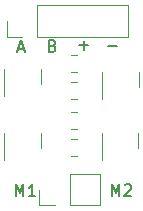
<source format=gbr>
%TF.GenerationSoftware,KiCad,Pcbnew,7.0.0-da2b9df05c~163~ubuntu20.04.1*%
%TF.CreationDate,2023-06-08T13:28:59+01:00*%
%TF.ProjectId,h_bridge,685f6272-6964-4676-952e-6b696361645f,rev?*%
%TF.SameCoordinates,Original*%
%TF.FileFunction,Legend,Top*%
%TF.FilePolarity,Positive*%
%FSLAX46Y46*%
G04 Gerber Fmt 4.6, Leading zero omitted, Abs format (unit mm)*
G04 Created by KiCad (PCBNEW 7.0.0-da2b9df05c~163~ubuntu20.04.1) date 2023-06-08 13:28:59*
%MOMM*%
%LPD*%
G01*
G04 APERTURE LIST*
%ADD10C,0.150000*%
%ADD11C,0.120000*%
G04 APERTURE END LIST*
D10*
X103338095Y-47526428D02*
X104100000Y-47526428D01*
X100898659Y-47476428D02*
X101660564Y-47476428D01*
X101279611Y-47857380D02*
X101279611Y-47095476D01*
X98615428Y-47518571D02*
X98758285Y-47566190D01*
X98758285Y-47566190D02*
X98805904Y-47613809D01*
X98805904Y-47613809D02*
X98853523Y-47709047D01*
X98853523Y-47709047D02*
X98853523Y-47851904D01*
X98853523Y-47851904D02*
X98805904Y-47947142D01*
X98805904Y-47947142D02*
X98758285Y-47994761D01*
X98758285Y-47994761D02*
X98663047Y-48042380D01*
X98663047Y-48042380D02*
X98282095Y-48042380D01*
X98282095Y-48042380D02*
X98282095Y-47042380D01*
X98282095Y-47042380D02*
X98615428Y-47042380D01*
X98615428Y-47042380D02*
X98710666Y-47090000D01*
X98710666Y-47090000D02*
X98758285Y-47137619D01*
X98758285Y-47137619D02*
X98805904Y-47232857D01*
X98805904Y-47232857D02*
X98805904Y-47328095D01*
X98805904Y-47328095D02*
X98758285Y-47423333D01*
X98758285Y-47423333D02*
X98710666Y-47470952D01*
X98710666Y-47470952D02*
X98615428Y-47518571D01*
X98615428Y-47518571D02*
X98282095Y-47518571D01*
X95694476Y-47756666D02*
X96170666Y-47756666D01*
X95599238Y-48042380D02*
X95932571Y-47042380D01*
X95932571Y-47042380D02*
X96265904Y-48042380D01*
X103616095Y-60234380D02*
X103616095Y-59234380D01*
X103616095Y-59234380D02*
X103949428Y-59948666D01*
X103949428Y-59948666D02*
X104282761Y-59234380D01*
X104282761Y-59234380D02*
X104282761Y-60234380D01*
X104711333Y-59329619D02*
X104758952Y-59282000D01*
X104758952Y-59282000D02*
X104854190Y-59234380D01*
X104854190Y-59234380D02*
X105092285Y-59234380D01*
X105092285Y-59234380D02*
X105187523Y-59282000D01*
X105187523Y-59282000D02*
X105235142Y-59329619D01*
X105235142Y-59329619D02*
X105282761Y-59424857D01*
X105282761Y-59424857D02*
X105282761Y-59520095D01*
X105282761Y-59520095D02*
X105235142Y-59662952D01*
X105235142Y-59662952D02*
X104663714Y-60234380D01*
X104663714Y-60234380D02*
X105282761Y-60234380D01*
X95488095Y-60234380D02*
X95488095Y-59234380D01*
X95488095Y-59234380D02*
X95821428Y-59948666D01*
X95821428Y-59948666D02*
X96154761Y-59234380D01*
X96154761Y-59234380D02*
X96154761Y-60234380D01*
X97154761Y-60234380D02*
X96583333Y-60234380D01*
X96869047Y-60234380D02*
X96869047Y-59234380D01*
X96869047Y-59234380D02*
X96773809Y-59377238D01*
X96773809Y-59377238D02*
X96678571Y-59472476D01*
X96678571Y-59472476D02*
X96583333Y-59520095D01*
D11*
%TO.C,Q3*%
X94518000Y-55547500D02*
X94518000Y-57222500D01*
X94518000Y-55547500D02*
X94518000Y-54897500D01*
X97638000Y-55547500D02*
X97638000Y-56197500D01*
X97638000Y-55547500D02*
X97638000Y-54897500D01*
%TO.C,M1*%
X97476000Y-61020000D02*
X97476000Y-59690000D01*
X98806000Y-61020000D02*
X97476000Y-61020000D01*
X100076000Y-61020000D02*
X102676000Y-61020000D01*
X100076000Y-61020000D02*
X100076000Y-58360000D01*
X102676000Y-61020000D02*
X102676000Y-58360000D01*
X100076000Y-58360000D02*
X102676000Y-58360000D01*
%TO.C,R1*%
X100206436Y-48287000D02*
X100660564Y-48287000D01*
X100206436Y-49757000D02*
X100660564Y-49757000D01*
%TO.C,R3*%
X100660564Y-56869000D02*
X100206436Y-56869000D01*
X100660564Y-55399000D02*
X100206436Y-55399000D01*
%TO.C,Q1*%
X94518000Y-50116500D02*
X94518000Y-51791500D01*
X94518000Y-50116500D02*
X94518000Y-49466500D01*
X97638000Y-50116500D02*
X97638000Y-50766500D01*
X97638000Y-50116500D02*
X97638000Y-49466500D01*
%TO.C,R4*%
X100660564Y-52043000D02*
X100206436Y-52043000D01*
X100660564Y-50573000D02*
X100206436Y-50573000D01*
%TO.C,Q2*%
X102840000Y-50370500D02*
X102840000Y-52045500D01*
X102840000Y-50370500D02*
X102840000Y-49720500D01*
X105960000Y-50370500D02*
X105960000Y-51020500D01*
X105960000Y-50370500D02*
X105960000Y-49720500D01*
%TO.C,Q4*%
X102768000Y-55547500D02*
X102768000Y-57222500D01*
X102768000Y-55547500D02*
X102768000Y-54897500D01*
X105888000Y-55547500D02*
X105888000Y-56197500D01*
X105888000Y-55547500D02*
X105888000Y-54897500D01*
%TO.C,R2*%
X100206436Y-53113000D02*
X100660564Y-53113000D01*
X100206436Y-54583000D02*
X100660564Y-54583000D01*
%TO.C,J1*%
X94720000Y-46740000D02*
X94720000Y-45410000D01*
X96050000Y-46740000D02*
X94720000Y-46740000D01*
X97320000Y-46740000D02*
X105000000Y-46740000D01*
X97320000Y-46740000D02*
X97320000Y-44080000D01*
X105000000Y-46740000D02*
X105000000Y-44080000D01*
X97320000Y-44080000D02*
X105000000Y-44080000D01*
%TD*%
M02*

</source>
